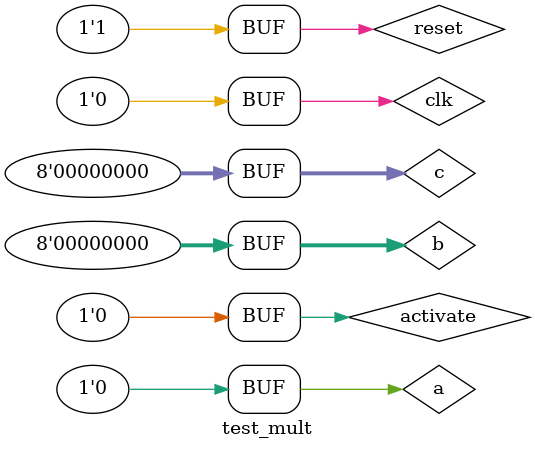
<source format=v>
module test_mult;
   reg activate, clk, reset, a;
   reg [7:0] b, c;

   wire [7:0] div;
   wire      mod;
   wire      endop;

   mult test_mult(activate, clk, reset, a, b, c, div, mod, endop);

   initial
     begin
	$dumpfile("build/alu/arithm/signal/signal_mult.vcd");
	$dumpvars;
	$display("\t\ttime, \tactivate, \tclk, \treset, \ta,\tb, \tc, \tdiv,\tmod, \tendop");
	$monitor("%d \t\t%b \t%b \t%b \t%b \t%d \t%d \t%d \t%b \t%b", $time, activate, clk, reset, a, b, c, div, mod, endop);

	activate = 0;
	clk = 0;
	reset = 1;
	a = 0;
	b = 0;
	c = 0;
	#5;
	activate = 1;
	clk = 1;
	reset = 0;
	a = 1;
	b = 2;
	c = 5;
	#5;
	activate = 0;
	clk = 0;
	reset = 0;
	a = 0;
	b = 0;
	c = 0;
	#5;
	activate = 0;
	clk = 1;
	reset = 0;
	a = 0;
	b = 0;
	c = 0;
	#5;
	activate = 0;
	clk = 0;
	reset = 0;
	a = 0;
	b = 0;
	c = 0;
	#5;
	activate = 0;
	clk = 1;
	reset = 0;
	a = 0;
	b = 0;
	c = 0;
	#5;
	activate = 0;
	clk = 0;
	reset = 0;
	a = 0;
	b = 0;
	c = 0;
	#5;
	activate = 0;
	clk = 0;
	reset = 1;
	a = 0;
	b = 0;
	c = 0;
     end
endmodule // test_mult


</source>
